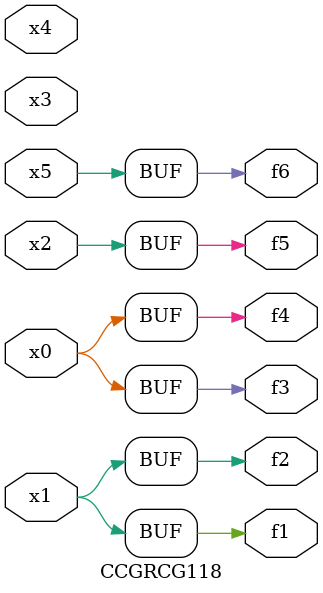
<source format=v>
module CCGRCG118(
	input x0, x1, x2, x3, x4, x5,
	output f1, f2, f3, f4, f5, f6
);
	assign f1 = x1;
	assign f2 = x1;
	assign f3 = x0;
	assign f4 = x0;
	assign f5 = x2;
	assign f6 = x5;
endmodule

</source>
